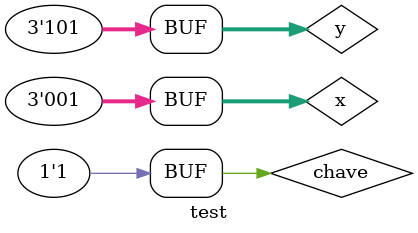
<source format=v>


   module fullAdder( output s,
	                  output nextCarry,
	                  input x,
							input y,
							input firstCarry);
	
	// Descrever por portas
	
	wire s1,s2,s3,nextCarry;
	
	xor xor1 (s1,x,y);
	xor xor2 (s,s1,firstCarry);
	and and1 (s2,x,y);
	and and2 (s3,s1,firstCarry);
	or  or1  (nextCarry,s2,s3);
	
	endmodule // fullAdder

// **************************

	module Questao2(output [2:0] s,
	                output CarryOut,
						 output flag,
						 input [2:0] x,
						 input [2:0] y,
						 input chave);
   
	wire s0,s1,s2,c1,c2,c3;
	
	xor xor1(s0,y[0],chave);
	xor xor2(s1,y[1],chave);
	xor xor3(s2,y[2],chave);
	
   fullAdder gate1(s[0],c1,x[0],s0,chave);
	
	fullAdder gate2(s[1],c2,x[1],s1,c1);
	
	fullAdder gate3(s[2],c3,x[2],s2,c2);
	
	xor xor4(CarryOut,c3,chave);
	
	nor nor1(flag,s[0],s[1],s[2]);
	
   endmodule // Questao1
	
// **************************
// Definir dados
// **************************

   module test;
	
	reg  [2:0] x;
	reg  [2:0] y;
	reg  chave;
	wire [2:0] s;
	wire CarryOut;
	wire flag;

   Questao2 modulo(s,CarryOut,flag,x,y,chave);

// **************************
// Parte principal
// **************************

   initial begin:start
	

	   $display("Exemplo0027 - Isabel Bicalho Amaro - 451580");
		$display("Test ALU's full adder\n");
		$display("Chave: 0-Soma 1-Subtracao");
		


   #1 x = 3'b000;  y = 3'b000;  chave = 0;
	
	   $monitor("Chave = %b  x = %3b  y = %3b  carry out = %b  resultado = %3b  flag =  %b",chave,x,y,CarryOut,s,flag);
	
	#1 chave = 1;	
   #1 x = 3'b010;  y = 3'b010;
	#1 chave = 0;
   #1 x = 3'b100;  y = 3'b011;
	#1 chave = 1;
   #1 x = 3'b001;  y = 3'b101;
	#1 chave = 0;
	#1 chave = 1;

	
	end
	
	endmodule // test
   
	/*
	
    Exemplo0027 - Isabel Bicalho Amaro - 451580
    Test ALU's full adder
    
    Chave: 0-Soma 1-Subtracao
    Chave = 0  x = 000  y = 000  carry out = 0  resultado = 000  flag =  1
    Chave = 1  x = 000  y = 000  carry out = 0  resultado = 000  flag =  1
    Chave = 1  x = 010  y = 010  carry out = 0  resultado = 000  flag =  1
    Chave = 0  x = 010  y = 010  carry out = 0  resultado = 100  flag =  0
    Chave = 0  x = 100  y = 011  carry out = 0  resultado = 111  flag =  0
    Chave = 1  x = 100  y = 011  carry out = 0  resultado = 001  flag =  0
    Chave = 1  x = 001  y = 101  carry out = 1  resultado = 100  flag =  0
    Chave = 0  x = 001  y = 101  carry out = 0  resultado = 110  flag =  0
    Chave = 1  x = 001  y = 101  carry out = 1  resultado = 100  flag =  0
	 
	 */
</source>
